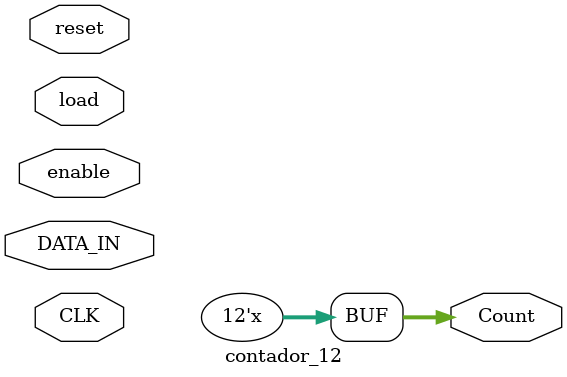
<source format=v>

module contador_12 (input CLK, input enable, input load, input [11:0] DATA_IN, input reset, output [11:0] Count);
    reg Count=0;

    always @ ( posedge CLK or posedge reset) begin
        if (reset) begin
          Count <= 0;
        end
        else if (load) begin
          Count <= DATA_IN;
        end
        else if (enable == 1) begin
          Count <= Count +1;
        end
        else if (enable == 0) begin //enable chip
          Count <= Count;
        end

    end
/*
    always @ ( posedge reset ) begin
      Count = 0;
    end
*/
    always @ ( * ) begin //mecánica de reset asíncrono
        if (Count == 4096) begin //mecánica de overflow
          Count <= 0;
        end

    end



endmodule // contador_12

</source>
